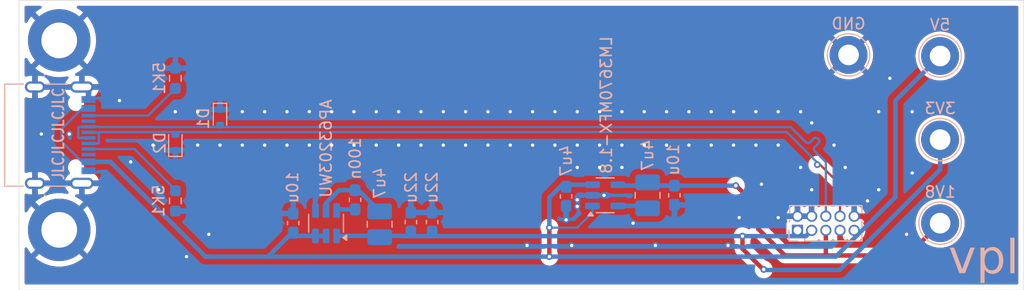
<source format=kicad_pcb>
(kicad_pcb (version 20240108) (generator "pcbnew") (generator_version "8.0")
  (layers (0 "F.Cu" signal) (31 "B.Cu" signal) (34 "B.Paste" user) (35 "F.Paste" user) (36 "B.SilkS" user "B.Silkscreen") (37 "F.SilkS" user "F.Silkscreen") (38 "B.Mask" user) (39 "F.Mask" user) (44 "Edge.Cuts" user))
  (net 0 "")
  (net 1 "GND")
  (net 2 "+1V8")
  (net 3 "+5V")
  (net 4 "Net-(U2-BST)")
  (net 5 "Net-(U2-SW)")
  (net 6 "+3V3")
  (net 7 "/USB D+")
  (net 8 "/USB D-")
  (net 10 "Net-(J2-CC1)")
  (net 11 "Net-(J2-CC2)")
  (net 13 "Net-(U1-SW)")
  (footprint "MountingHole:MountingHole_3.2mm_M3_DIN965_Pad" (layer "F.Cu") (at 53.6 70.6)
    (property "Reference" "H1" (hide yes))
    (property "Value" "MountingHole_Pad" (hide yes))
    (pad "1" thru_hole circle (at 0 0) (size 5.6 5.6) (drill 3.2) (layers "*.Cu" "*.Mask") (net 1 "GND"))
  )
  (footprint "MountingHole:MountingHole_3.2mm_M3_DIN965_Pad" (layer "F.Cu") (at 53.6 53.6)
    (property "Reference" "H2" (hide yes))
    (property "Value" "MountingHole_Pad" (hide yes))
    (pad "1" thru_hole circle (at 0 0) (size 5.6 5.6) (drill 3.2) (layers "*.Cu" "*.Mask") (net 1 "GND"))
  )
  (footprint "Connector_PinSocket_1.27mm:PinSocket_2x05_P1.27mm_Vertical" (layer "B.Cu") (at 119.725 70.645 -90)
    (property "Reference" "J3" (hide yes))
    (property "Value" "Conn_02x05_Odd_Even" (hide yes))
    (fp_line (start 0.95 0.76) (end 0 0.76) (stroke (width 0.12)) (layer "B.SilkS"))
    (fp_line (start -1.57753 0.695) (end -2.22 0.695) (stroke (width 0.12)) (layer "B.SilkS"))
    (fp_line (start -0.76 0.695) (end -0.96247 0.695) (stroke (width 0.12)) (layer "B.SilkS"))
    (fp_line (start 0.95 0) (end 0.95 0.76) (stroke (width 0.12)) (layer "B.SilkS"))
    (fp_line (start 0.95 -0.635) (end 0.76 -0.635) (stroke (width 0.12)) (layer "B.SilkS"))
    (fp_line (start -2.22 -5.775) (end -2.22 0.695) (stroke (width 0.12)) (layer "B.SilkS"))
    (fp_line (start -1.57753 -5.775) (end -2.22 -5.775) (stroke (width 0.12)) (layer "B.SilkS"))
    (fp_line (start -0.30753 -5.775) (end -0.96247 -5.775) (stroke (width 0.12)) (layer "B.SilkS"))
    (fp_line (start 0.95 -5.775) (end 0.95 -0.635) (stroke (width 0.12)) (layer "B.SilkS"))
    (fp_line (start 0.95 -5.775) (end 0.30753 -5.775) (stroke (width 0.12)) (layer "B.SilkS"))
    (pad "1" thru_hole rect (at 0 0 270) (size 1 1) (drill 0.7) (layers "*.Cu" "*.Mask") (net 6 "+3V3"))
    (pad "2" thru_hole oval (at -1.27 0 270) (size 1 1) (drill 0.7) (layers "*.Cu" "*.Mask") (net 1 "GND"))
    (pad "3" thru_hole oval (at 0 -1.27 270) (size 1 1) (drill 0.7) (layers "*.Cu" "*.Mask") (net 6 "+3V3"))
    (pad "4" thru_hole oval (at -1.27 -1.27 270) (size 1 1) (drill 0.7) (layers "*.Cu" "*.Mask") (net 1 "GND"))
    (pad "5" thru_hole oval (at 0 -2.54 270) (size 1 1) (drill 0.7) (layers "*.Cu" "*.Mask") (net 2 "+1V8"))
    (pad "6" thru_hole oval (at -1.27 -2.54 270) (size 1 1) (drill 0.7) (layers "*.Cu" "*.Mask") (net 7 "/USB D+"))
    (pad "7" thru_hole oval (at 0 -3.81 270) (size 1 1) (drill 0.7) (layers "*.Cu" "*.Mask") (net 1 "GND"))
    (pad "8" thru_hole oval (at -1.27 -3.81 270) (size 1 1) (drill 0.7) (layers "*.Cu" "*.Mask") (net 8 "/USB D-"))
    (pad "9" thru_hole oval (at 0 -5.08 270) (size 1 1) (drill 0.7) (layers "*.Cu" "*.Mask") (net 3 "+5V"))
    (pad "10" thru_hole oval (at -1.27 -5.08 270) (size 1 1) (drill 0.7) (layers "*.Cu" "*.Mask") (net 1 "GND"))
  )
  (footprint "Package_TO_SOT_SMD:TSOT-23-6" (layer "B.Cu") (at 77.5 70 90)
    (property "Reference" "U2" (hide yes))
    (property "Value" "AP63203WU" (at 6.7 0 -90) (layer "B.SilkS") (effects (justify mirror)))
    (fp_line (start 0.8 -1.56) (end 0 -1.56) (stroke (width 0.12)) (layer "B.SilkS"))
    (fp_line (start -0.8 -1.56) (end 0 -1.56) (stroke (width 0.12)) (layer "B.SilkS"))
    (fp_line (start 0.8 1.56) (end 0 1.56) (stroke (width 0.12)) (layer "B.SilkS"))
    (fp_line (start -0.8 1.56) (end 0 1.56) (stroke (width 0.12)) (layer "B.SilkS"))
    (fp_poly (pts (xy -1.3 1.51) (xy -1.54 1.84) (xy -1.06 1.84) (xy -1.3 1.51)) (stroke (width 0.12)) (fill solid) (layer "B.SilkS"))
    (pad "1" smd roundrect (at -1.1375 0.95 90) (size 1.325 0.6) (layers "B.Cu" "B.Paste" "B.Mask") (net 6 "+3V3"))
    (pad "2" smd roundrect (at -1.1375 0 90) (size 1.325 0.6) (layers "B.Cu" "B.Paste" "B.Mask") (net 3 "+5V"))
    (pad "3" smd roundrect (at -1.1375 -0.95 90) (size 1.325 0.6) (layers "B.Cu" "B.Paste" "B.Mask") (net 3 "+5V"))
    (pad "4" smd roundrect (at 1.1375 -0.95 90) (size 1.325 0.6) (layers "B.Cu" "B.Paste" "B.Mask") (net 1 "GND"))
    (pad "5" smd roundrect (at 1.1375 0 90) (size 1.325 0.6) (layers "B.Cu" "B.Paste" "B.Mask") (net 5 "Net-(U2-SW)"))
    (pad "6" smd roundrect (at 1.1375 0.95 90) (size 1.325 0.6) (layers "B.Cu" "B.Paste" "B.Mask") (net 4 "Net-(U2-BST)"))
  )
  (footprint "Capacitor_SMD:C_0603_1608Metric_Pad1.08x0.95mm_HandSolder" (layer "B.Cu") (at 108.7 67.5 -90)
    (property "Reference" "C1" (hide yes))
    (property "Value" "10u" (at -3.193736 0.098041 90) (layer "B.SilkS") (effects (justify mirror)))
    (fp_line (start 0.146267 0.51) (end -0.146267 0.51) (stroke (width 0.12)) (layer "B.SilkS"))
    (fp_line (start 0.146267 -0.51) (end -0.146267 -0.51) (stroke (width 0.12)) (layer "B.SilkS"))
    (pad "1" smd roundrect (at -0.8625 0 270) (size 1.075 0.95) (layers "B.Cu" "B.Paste" "B.Mask") (net 2 "+1V8"))
    (pad "2" smd roundrect (at 0.8625 0 270) (size 1.075 0.95) (layers "B.Cu" "B.Paste" "B.Mask") (net 1 "GND"))
  )
  (footprint "TestPoint:TestPoint_Loop_D2.50mm_Drill1.85mm" (layer "B.Cu") (at 132.5 62.5 180)
    (property "Reference" "TP2" (hide yes))
    (property "Value" "3V3" (at 0 2.8 0) (layer "B.SilkS") (effects (justify mirror)))
    (fp_circle (center 0 0) (end 1.9 0) (stroke (width 0.12)) (fill none) (layer "B.SilkS"))
    (pad "1" thru_hole circle (at 0 0 180) (size 3.4 3.4) (drill 1.85) (layers "*.Cu" "*.Mask") (net 6 "+3V3"))
  )
  (footprint "TestPoint:TestPoint_Loop_D2.50mm_Drill1.85mm" (layer "B.Cu") (at 132.5 70 180)
    (property "Reference" "TP1" (hide yes))
    (property "Value" "1V8" (at 0 2.8 0) (layer "B.SilkS") (effects (justify mirror)))
    (fp_circle (center 0 0) (end 1.9 0) (stroke (width 0.12)) (fill none) (layer "B.SilkS"))
    (pad "1" thru_hole circle (at 0 0 180) (size 3.4 3.4) (drill 1.85) (layers "*.Cu" "*.Mask") (net 2 "+1V8"))
  )
  (footprint "Diode_SMD:D_SOD-523" (layer "B.Cu") (at 64 62.75 90)
    (property "Reference" "D2" (at -0.05 -1.4 90) (layer "B.SilkS") (effects (justify mirror)))
    (property "Value" "LESD5D5.0CT1G-ES" (hide yes))
    (fp_line (start -1.26 -0.6) (end 0.7 -0.6) (stroke (width 0.12)) (layer "B.SilkS"))
    (fp_line (start -1.26 -0.6) (end -1.26 0.6) (stroke (width 0.12)) (layer "B.SilkS"))
    (fp_line (start -1.26 0.6) (end 0.7 0.6) (stroke (width 0.12)) (layer "B.SilkS"))
    (pad "1" smd roundrect (at -0.7 0 270) (size 0.6 0.7) (layers "B.Cu" "B.Paste" "B.Mask") (net 1 "GND"))
    (pad "2" smd roundrect (at 0.7 0 270) (size 0.6 0.7) (layers "B.Cu" "B.Paste" "B.Mask") (net 8 "/USB D-"))
  )
  (footprint "Package_TO_SOT_SMD:TSOT-23-5" (layer "B.Cu") (at 102.5 67.5)
    (property "Reference" "U1" (hide yes))
    (property "Value" "LM3670MFX-1.8" (at 0.1 -8.1 90) (layer "B.SilkS") (effects (justify mirror)))
    (fp_line (start -0.8 -1.56) (end 0 -1.56) (stroke (width 0.12)) (layer "B.SilkS"))
    (fp_line (start -0.8 1.56) (end 0 1.56) (stroke (width 0.12)) (layer "B.SilkS"))
    (fp_line (start 0.8 -1.56) (end 0 -1.56) (stroke (width 0.12)) (layer "B.SilkS"))
    (fp_line (start 0.8 1.56) (end 0 1.56) (stroke (width 0.12)) (layer "B.SilkS"))
    (fp_poly (pts (xy -1.3 1.51) (xy -1.54 1.84) (xy -1.06 1.84) (xy -1.3 1.51)) (stroke (width 0.12)) (fill solid) (layer "B.SilkS"))
    (pad "1" smd roundrect (at -1.1375 0.95) (size 1.325 0.6) (layers "B.Cu" "B.Paste" "B.Mask") (net 3 "+5V"))
    (pad "2" smd roundrect (at -1.1375 0) (size 1.325 0.6) (layers "B.Cu" "B.Paste" "B.Mask") (net 1 "GND"))
    (pad "3" smd roundrect (at -1.1375 -0.95) (size 1.325 0.6) (layers "B.Cu" "B.Paste" "B.Mask") (net 3 "+5V"))
    (pad "4" smd roundrect (at 1.1375 -0.95) (size 1.325 0.6) (layers "B.Cu" "B.Paste" "B.Mask") (net 2 "+1V8"))
    (pad "5" smd roundrect (at 1.1375 0.95) (size 1.325 0.6) (layers "B.Cu" "B.Paste" "B.Mask") (net 13 "Net-(U1-SW)"))
  )
  (footprint "Resistor_SMD:R_0603_1608Metric_Pad0.98x0.95mm_HandSolder" (layer "B.Cu") (at 64 57 90)
    (property "Reference" "R2" (hide yes))
    (property "Value" "5K1" (at 0 -1.43 90) (layer "B.SilkS") (effects (justify mirror)))
    (fp_line (start 0.254724 -0.5225) (end -0.254724 -0.5225) (stroke (width 0.12)) (layer "B.SilkS"))
    (fp_line (start 0.254724 0.5225) (end -0.254724 0.5225) (stroke (width 0.12)) (layer "B.SilkS"))
    (pad "1" smd roundrect (at -0.9125 0 90) (size 0.975 0.95) (layers "B.Cu" "B.Paste" "B.Mask") (net 11 "Net-(J2-CC2)"))
    (pad "2" smd roundrect (at 0.9125 0 90) (size 0.975 0.95) (layers "B.Cu" "B.Paste" "B.Mask") (net 1 "GND"))
  )
  (footprint "Inductor_SMD:L_1008_2520Metric_Pad1.43x2.20mm_HandSolder" (layer "B.Cu") (at 106.3 67.5 90)
    (property "Reference" "L1" (hide yes))
    (property "Value" "4u7" (at 3.6 0 90) (layer "B.SilkS") (effects (justify mirror)))
    (fp_line (start 0.261252 -1.11) (end -0.261252 -1.11) (stroke (width 0.12)) (layer "B.SilkS"))
    (fp_line (start 0.261252 1.11) (end -0.261252 1.11) (stroke (width 0.12)) (layer "B.SilkS"))
    (pad "1" smd roundrect (at -1.1625 0 90) (size 1.425 2.2) (layers "B.Cu" "B.Paste" "B.Mask") (roundrect_rratio 0.175439) (net 13 "Net-(U1-SW)"))
    (pad "2" smd roundrect (at 1.1625 0 90) (size 1.425 2.2) (layers "B.Cu" "B.Paste" "B.Mask") (roundrect_rratio 0.175439) (net 2 "+1V8"))
  )
  (footprint "Capacitor_SMD:C_0603_1608Metric_Pad1.08x0.95mm_HandSolder" (layer "B.Cu") (at 74.555374 69.994605 90)
    (property "Reference" "C7" (hide yes))
    (property "Value" "10u" (at 3.194605 -0.055374 90) (layer "B.SilkS") (effects (justify mirror)))
    (fp_line (start 0.146267 -0.51) (end -0.146267 -0.51) (stroke (width 0.12)) (layer "B.SilkS"))
    (fp_line (start 0.146267 0.51) (end -0.146267 0.51) (stroke (width 0.12)) (layer "B.SilkS"))
    (pad "1" smd roundrect (at -0.8625 0 90) (size 1.075 0.95) (layers "B.Cu" "B.Paste" "B.Mask") (net 3 "+5V"))
    (pad "2" smd roundrect (at 0.8625 0 90) (size 1.075 0.95) (layers "B.Cu" "B.Paste" "B.Mask") (net 1 "GND"))
  )
  (footprint "Inductor_SMD:L_1008_2520Metric_Pad1.43x2.20mm_HandSolder" (layer "B.Cu") (at 82.3 70.1 -90)
    (property "Reference" "L2" (hide yes))
    (property "Value" "4u7" (at -3.7 0 90) (layer "B.SilkS") (effects (justify mirror)))
    (fp_line (start 0.261252 1.11) (end -0.261252 1.11) (stroke (width 0.12)) (layer "B.SilkS"))
    (fp_line (start 0.261252 -1.11) (end -0.261252 -1.11) (stroke (width 0.12)) (layer "B.SilkS"))
    (pad "1" smd roundrect (at -1.1625 0 270) (size 1.425 2.2) (layers "B.Cu" "B.Paste" "B.Mask") (roundrect_rratio 0.175439) (net 5 "Net-(U2-SW)"))
    (pad "2" smd roundrect (at 1.1625 0 270) (size 1.425 2.2) (layers "B.Cu" "B.Paste" "B.Mask") (roundrect_rratio 0.175439) (net 6 "+3V3"))
  )
  (footprint "Capacitor_SMD:C_0603_1608Metric_Pad1.08x0.95mm_HandSolder" (layer "B.Cu") (at 87 69.9 90)
    (property "Reference" "C6" (hide yes))
    (property "Value" "22u" (at 3.1 -0.030475 90) (layer "B.SilkS") (effects (justify mirror)))
    (fp_line (start 0.146267 -0.51) (end -0.146267 -0.51) (stroke (width 0.12)) (layer "B.SilkS"))
    (fp_line (start 0.146267 0.51) (end -0.146267 0.51) (stroke (width 0.12)) (layer "B.SilkS"))
    (pad "1" smd roundrect (at -0.8625 0 90) (size 1.075 0.95) (layers "B.Cu" "B.Paste" "B.Mask") (net 6 "+3V3"))
    (pad "2" smd roundrect (at 0.8625 0 90) (size 1.075 0.95) (layers "B.Cu" "B.Paste" "B.Mask") (net 1 "GND"))
  )
  (footprint "Resistor_SMD:R_0603_1608Metric_Pad0.98x0.95mm_HandSolder" (layer "B.Cu") (at 64 68 -90)
    (property "Reference" "R1" (hide yes))
    (property "Value" "5K1" (at 0 1.5 90) (layer "B.SilkS") (effects (justify mirror)))
    (fp_line (start 0.254724 0.5225) (end -0.254724 0.5225) (stroke (width 0.12)) (layer "B.SilkS"))
    (fp_line (start 0.254724 -0.5225) (end -0.254724 -0.5225) (stroke (width 0.12)) (layer "B.SilkS"))
    (pad "1" smd roundrect (at -0.9125 0 270) (size 0.975 0.95) (layers "B.Cu" "B.Paste" "B.Mask") (net 10 "Net-(J2-CC1)"))
    (pad "2" smd roundrect (at 0.9125 0 270) (size 0.975 0.95) (layers "B.Cu" "B.Paste" "B.Mask") (net 1 "GND"))
  )
  (footprint "Capacitor_SMD:C_0603_1608Metric_Pad1.08x0.95mm_HandSolder" (layer "B.Cu") (at 85.1 69.9 90)
    (property "Reference" "C5" (hide yes))
    (property "Value" "22u" (at 3.1 0 90) (layer "B.SilkS") (effects (justify mirror)))
    (fp_line (start 0.146267 -0.51) (end -0.146267 -0.51) (stroke (width 0.12)) (layer "B.SilkS"))
    (fp_line (start 0.146267 0.51) (end -0.146267 0.51) (stroke (width 0.12)) (layer "B.SilkS"))
    (pad "1" smd roundrect (at -0.8625 0 90) (size 1.075 0.95) (layers "B.Cu" "B.Paste" "B.Mask") (net 6 "+3V3"))
    (pad "2" smd roundrect (at 0.8625 0 90) (size 1.075 0.95) (layers "B.Cu" "B.Paste" "B.Mask") (net 1 "GND"))
  )
  (footprint "TestPoint:TestPoint_Loop_D2.50mm_Drill1.85mm" (layer "B.Cu") (at 132.5 55 180)
    (property "Reference" "TP3" (hide yes))
    (property "Value" "5V" (at 0 2.8 0) (layer "B.SilkS") (effects (justify mirror)))
    (fp_circle (center 0 0) (end 1.9 0) (stroke (width 0.12)) (fill none) (layer "B.SilkS"))
    (pad "1" thru_hole circle (at 0 0 180) (size 3.4 3.4) (drill 1.85) (layers "*.Cu" "*.Mask") (net 3 "+5V"))
  )
  (footprint "Capacitor_SMD:C_0603_1608Metric_Pad1.08x0.95mm_HandSolder" (layer "B.Cu") (at 99 67.6 -90)
    (property "Reference" "C2" (hide yes))
    (property "Value" "4u7" (at -3.2 0 90) (layer "B.SilkS") (effects (justify mirror)))
    (fp_line (start 0.146267 0.51) (end -0.146267 0.51) (stroke (width 0.12)) (layer "B.SilkS"))
    (fp_line (start 0.146267 -0.51) (end -0.146267 -0.51) (stroke (width 0.12)) (layer "B.SilkS"))
    (pad "1" smd roundrect (at -0.8625 0 270) (size 1.075 0.95) (layers "B.Cu" "B.Paste" "B.Mask") (net 3 "+5V"))
    (pad "2" smd roundrect (at 0.8625 0 270) (size 1.075 0.95) (layers "B.Cu" "B.Paste" "B.Mask") (net 1 "GND"))
  )
  (footprint "Diode_SMD:D_SOD-523" (layer "B.Cu") (at 68 60.5 -90)
    (property "Reference" "D1" (at 0.1 1.5 90) (layer "B.SilkS") (effects (justify mirror)))
    (property "Value" "LESD5D5.0CT1G-ES" (hide yes))
    (fp_line (start -1.26 0.6) (end 0.7 0.6) (stroke (width 0.12)) (layer "B.SilkS"))
    (fp_line (start -1.26 -0.6) (end -1.26 0.6) (stroke (width 0.12)) (layer "B.SilkS"))
    (fp_line (start -1.26 -0.6) (end 0.7 -0.6) (stroke (width 0.12)) (layer "B.SilkS"))
    (pad "1" smd roundrect (at -0.7 0 90) (size 0.6 0.7) (layers "B.Cu" "B.Paste" "B.Mask") (net 1 "GND"))
    (pad "2" smd roundrect (at 0.7 0 90) (size 0.6 0.7) (layers "B.Cu" "B.Paste" "B.Mask") (net 7 "/USB D+"))
  )
  (footprint "TestPoint:TestPoint_Loop_D2.50mm_Drill1.85mm" (layer "B.Cu") (at 124.3 54.9 180)
    (property "Reference" "TP4" (hide yes))
    (property "Value" "GND" (at 0 2.8 0) (layer "B.SilkS") (effects (justify mirror)))
    (fp_circle (center 0 0) (end 1.9 0) (stroke (width 0.12)) (fill none) (layer "B.SilkS"))
    (pad "1" thru_hole circle (at 0 0 180) (size 3.4 3.4) (drill 1.85) (layers "*.Cu" "*.Mask") (net 1 "GND"))
  )
  (footprint "Capacitor_SMD:C_0603_1608Metric_Pad1.08x0.95mm_HandSolder" (layer "B.Cu") (at 80.1 67.9 -90)
    (property "Reference" "C4" (hide yes))
    (property "Value" "100n" (at -3.7 0 90) (layer "B.SilkS") (effects (justify mirror)))
    (fp_line (start 0.146267 0.51) (end -0.146267 0.51) (stroke (width 0.12)) (layer "B.SilkS"))
    (fp_line (start 0.146267 -0.51) (end -0.146267 -0.51) (stroke (width 0.12)) (layer "B.SilkS"))
    (pad "1" smd roundrect (at -0.8625 0 270) (size 1.075 0.95) (layers "B.Cu" "B.Paste" "B.Mask") (net 5 "Net-(U2-SW)"))
    (pad "2" smd roundrect (at 0.8625 0 270) (size 1.075 0.95) (layers "B.Cu" "B.Paste" "B.Mask") (net 4 "Net-(U2-BST)"))
  )
  (footprint "Connector_USB:USB_C_Receptacle_G-Switch_GT-USB-7010ASV" (layer "B.Cu") (at 52.5 62.1 90)
    (property "Reference" "J2" (hide yes))
    (property "Value" "USB_C_Receptacle_USB2.0_16P" (hide yes))
    (fp_line (start 4.58 -3.785) (end 4.58 -2.08) (stroke (width 0.12)) (layer "B.SilkS"))
    (fp_line (start -4.58 -3.785) (end 4.58 -3.785) (stroke (width 0.12)) (layer "B.SilkS"))
    (fp_line (start -4.58 -2.08) (end -4.58 -3.785) (stroke (width 0.12)) (layer "B.SilkS"))
    (fp_line (start -4.58 -0.07) (end -4.58 1.85) (stroke (width 0.12)) (layer "B.SilkS"))
    (fp_line (start 4.58 1.85) (end 4.58 -0.07) (stroke (width 0.12)) (layer "B.SilkS"))
    (pad "" np_thru_hole circle (at -2.89 2.605 90) (size 0.65 0.65) (drill 0.65) (layers "*.Cu" "*.Mask"))
    (pad "" np_thru_hole circle (at 2.89 2.605 90) (size 0.65 0.65) (drill 0.65) (layers "*.Cu" "*.Mask"))
    (pad "A1" smd rect (at -3.2 3.725 90) (size 0.6 1.24) (layers "B.Cu" "B.Paste" "B.Mask") (net 1 "GND"))
    (pad "A4" smd rect (at -2.4 3.725 90) (size 0.6 1.24) (layers "B.Cu" "B.Paste" "B.Mask") (net 3 "+5V"))
    (pad "A5" smd rect (at -1.25 3.725 90) (size 0.3 1.24) (layers "B.Cu" "B.Paste" "B.Mask") (net 10 "Net-(J2-CC1)"))
    (pad "A6" smd rect (at -0.25 3.725 90) (size 0.3 1.24) (layers "B.Cu" "B.Paste" "B.Mask") (net 7 "/USB D+"))
    (pad "A7" smd rect (at 0.25 3.725 90) (size 0.3 1.24) (layers "B.Cu" "B.Paste" "B.Mask") (net 8 "/USB D-"))
    (pad "A8" smd rect (at 1.25 3.725 90) (size 0.3 1.24) (layers "B.Cu" "B.Paste" "B.Mask"))
    (pad "A9" smd rect (at 2.4 3.725 90) (size 0.6 1.24) (layers "B.Cu" "B.Paste" "B.Mask") (net 3 "+5V"))
    (pad "A12" smd rect (at 3.2 3.725 90) (size 0.6 1.24) (layers "B.Cu" "B.Paste" "B.Mask") (net 1 "GND"))
    (pad "B1" smd rect (at 3.2 3.725 90) (size 0.6 1.24) (layers "B.Cu" "B.Paste" "B.Mask") (net 1 "GND"))
    (pad "B4" smd rect (at 2.4 3.725 90) (size 0.6 1.24) (layers "B.Cu" "B.Paste" "B.Mask") (net 3 "+5V"))
    (pad "B5" smd rect (at 1.75 3.725 90) (size 0.3 1.24) (layers "B.Cu" "B.Paste" "B.Mask") (net 11 "Net-(J2-CC2)"))
    (pad "B6" smd rect (at 0.75 3.725 90) (size 0.3 1.24) (layers "B.Cu" "B.Paste" "B.Mask") (net 7 "/USB D+"))
    (pad "B7" smd rect (at -0.75 3.725 90) (size 0.3 1.24) (layers "B.Cu" "B.Paste" "B.Mask") (net 8 "/USB D-"))
    (pad "B8" smd rect (at -1.75 3.725 90) (size 0.3 1.24) (layers "B.Cu" "B.Paste" "B.Mask"))
    (pad "B9" smd rect (at -2.4 3.725 90) (size 0.6 1.24) (layers "B.Cu" "B.Paste" "B.Mask") (net 3 "+5V"))
    (pad "B12" smd rect (at -3.2 3.725 90) (size 0.6 1.24) (layers "B.Cu" "B.Paste" "B.Mask") (net 1 "GND"))
    (pad "S1" thru_hole oval (at -4.32 -1.075 90) (size 1 1.8) (drill oval 0.6 1.4) (layers "*.Cu" "*.Mask") (net 1 "GND"))
    (pad "S1" thru_hole oval (at -4.32 3.125 90) (size 1 2.1) (drill oval 0.6 1.7) (layers "*.Cu" "*.Mask") (net 1 "GND"))
    (pad "S1" thru_hole oval (at 4.32 -1.075 90) (size 1 1.8) (drill oval 0.6 1.4) (layers "*.Cu" "*.Mask") (net 1 "GND"))
    (pad "S1" thru_hole oval (at 4.32 3.125 90) (size 1 2.1) (drill oval 0.6 1.7) (layers "*.Cu" "*.Mask") (net 1 "GND"))
  )
  (gr_line (start 140 50) (end 140 76) (stroke (width 0.05)) (layer "Edge.Cuts"))
  (gr_line (start 140 50) (end 50 50) (stroke (width 0.05)) (layer "Edge.Cuts"))
  (gr_line (start 50 50) (end 50 76) (stroke (width 0.05)) (layer "Edge.Cuts"))
  (gr_line (start 50 76) (end 140 76) (stroke (width 0.05)) (layer "Edge.Cuts"))
  (gr_text "JLCJLCJLCJLC" (at 54.1 66.2 90) (layer "B.SilkS") (effects (font (size 1 0.8) (thickness 0.16) (bold yes)) (justify left bottom)))
  (gr_text "vpl" (at 136.4 75 0) (layer "B.SilkS") (effects (font (size 3 3) (thickness 0.1)) (justify bottom)))
  (segment (start 125.512106 69.375) (end 126.2 70.062894) (width 0.4) (layer "F.Cu") (net 1))
  (segment (start 126.2 71) (end 125.2 72) (width 0.4) (layer "F.Cu") (net 1))
  (segment (start 125.2 72) (end 124.182894 72) (width 0.4) (layer "F.Cu") (net 1))
  (segment (start 124.805 69.375) (end 125.512106 69.375) (width 0.4) (layer "F.Cu") (net 1))
  (segment (start 126.2 70.062894) (end 126.2 71) (width 0.4) (layer "F.Cu") (net 1))
  (segment (start 123.535 71.352106) (end 123.535 70.645) (width 0.4) (layer "F.Cu") (net 1))
  (segment (start 124.182894 72) (end 123.535 71.352106) (width 0.4) (layer "F.Cu") (net 1))
  (via (at 66 63) (size 0.6) (drill 0.3) (layers "F.Cu" "B.Cu") (net 1))
  (via (at 82 60) (size 0.6) (drill 0.3) (layers "F.Cu" "B.Cu") (net 1))
  (via (at 59 59) (size 0.6) (drill 0.3) (layers "F.Cu" "B.Cu") (net 1))
  (via (at 127 60) (size 0.6) (drill 0.3) (layers "F.Cu" "B.Cu") (net 1))
  (via (at 110 63) (size 0.6) (drill 0.3) (layers "F.Cu" "B.Cu") (net 1))
  (via (at 102.4 67.5) (size 0.6) (drill 0.3) (layers "F.Cu" "B.Cu") (net 1))
  (via (at 86 60) (size 0.6) (drill 0.3) (layers "F.Cu" "B.Cu") (net 1))
  (via (at 62 63) (size 0.6) (drill 0.3) (layers "F.Cu" "B.Cu") (net 1))
  (via (at 116 60) (size 0.6) (drill 0.3) (layers "F.Cu" "B.Cu") (net 1))
  (via (at 66 60) (size 0.6) (drill 0.3) (layers "F.Cu" "B.Cu") (net 1))
  (via (at 70 63) (size 0.6) (drill 0.3) (layers "F.Cu" "B.Cu") (net 1))
  (via (at 118 63) (size 0.6) (drill 0.3) (layers "F.Cu" "B.Cu") (net 1))
  (via (at 92 60) (size 0.6) (drill 0.3) (layers "F.Cu" "B.Cu") (net 1))
  (via (at 123 63) (size 0.6) (drill 0.3) (layers "F.Cu" "B.Cu") (net 1))
  (via (at 72 63) (size 0.6) (drill 0.3) (layers "F.Cu" "B.Cu") (net 1))
  (via (at 121 61) (size 0.6) (drill 0.3) (layers "F.Cu" "B.Cu") (net 1))
  (via (at 95.5 72) (size 0.6) (drill 0.3) (layers "F.Cu" "B.Cu") (net 1))
  (via (at 65 73) (size 0.6) (drill 0.3) (layers "F.Cu" "B.Cu") (net 1))
  (via (at 99.5 72) (size 0.6) (drill 0.3) (layers "F.Cu" "B.Cu") (net 1))
  (via (at 90 63) (size 0.6) (drill 0.3) (layers "F.Cu" "B.Cu") (net 1))
  (via (at 88 63) (size 0.6) (drill 0.3) (layers "F.Cu" "B.Cu") (net 1))
  (via (at 54.5 62) (size 0.6) (drill 0.3) (layers "F.Cu" "B.Cu") (net 1))
  (via (at 106 60) (size 0.6) (drill 0.3) (layers "F.Cu" "B.Cu") (net 1))
  (via (at 74 63) (size 0.6) (drill 0.3) (layers "F.Cu" "B.Cu") (net 1))
  (via (at 76 63) (size 0.6) (drill 0.3) (layers "F.Cu" "B.Cu") (net 1))
  (via (at 121 67) (size 0.6) (drill 0.3) (layers "F.Cu" "B.Cu") (net 1))
  (via (at 72 60) (size 0.6) (drill 0.3) (layers "F.Cu" "B.Cu") (net 1))
  (via (at 96 60) (size 0.6) (drill 0.3) (layers "F.Cu" "B.Cu") (net 1))
  (via (at 98 60) (size 0.6) (drill 0.3) (layers "F.Cu" "B.Cu") (net 1))
  (via (at 84 63) (size 0.6) (drill 0.3) (layers "F.Cu" "B.Cu") (net 1))
  (via (at 104 60) (size 0.6) (drill 0.3) (layers "F.Cu" "B.Cu") (net 1))
  (via (at 105 70) (size 0.6) (drill 0.3) (layers "F.Cu" "B.Cu") (net 1))
  (via (at 80 63) (size 0.6) (drill 0.3) (layers "F.Cu" "B.Cu") (net 1))
  (via (at 114 63) (size 0.6) (drill 0.3) (layers "F.Cu" "B.Cu") (net 1))
  (via (at 78 63) (size 0.6) (drill 0.3) (layers "F.Cu" "B.Cu") (net 1))
  (via (at 96 63) (size 0.6) (drill 0.3) (layers "F.Cu" "B.Cu") (net 1))
  (via (at 62.5 67) (size 0.6) (drill 0.3) (layers "F.Cu" "B.Cu") (net 1))
  (via (at 99 69.7) (size 0.6) (drill 0.3) (layers "F.Cu" "B.Cu") (net 1))
  (via (at 129.5 71) (size 0.6) (drill 0.3) (layers "F.Cu" "B.Cu") (net 1))
  (via (at 118 69.5) (size 0.6) (drill 0.3) (layers "F.Cu" "B.Cu") (net 1))
  (via (at 124 65) (size 0.6) (drill 0.3) (layers "F.Cu" "B.Cu") (net 1))
  (via (at 114 60) (size 0.6) (drill 0.3) (layers "F.Cu" "B.Cu") (net 1))
  (via (at 104 65) (size 0.6) (drill 0.3) (layers "F.Cu" "B.Cu") (net 1))
  (via (at 104 63) (size 0.6) (drill 0.3) (layers "F.Cu" "B.Cu") (net 1))
  (via (at 116.5 66.5) (size 0.6) (drill 0.3) (layers "F.Cu" "B.Cu") (net 1))
  (via (at 102 60) (size 0.6) (drill 0.3) (layers "F.Cu" "B.Cu") (net 1))
  (via (at 108 63) (size 0.6) (drill 0.3) (layers "F.Cu" "B.Cu") (net 1))
  (via (at 114.5 69.5) (size 0.6) (drill 0.3) (layers "F.Cu" "B.Cu") (net 1))
  (via (at 80 60) (size 0.6) (drill 0.3) (layers "F.Cu" "B.Cu") (net 1))
  (via (at 116 63) (size 0.6) (drill 0.3) (layers "F.Cu" "B.Cu") (net 1))
  (via (at 126 68) (size 0.6) (drill 0.3) (layers "F.Cu" "B.Cu") (net 1))
  (via (at 106 63) (size 0.6) (drill 0.3) (layers "F.Cu" "B.Cu") (net 1))
  (via (at 78 60) (size 0.6) (drill 0.3) (layers "F.Cu" "B.Cu") (net 1))
  (via (at 90 60) (size 0.6) (drill 0.3) (layers "F.Cu" "B.Cu") (net 1))
  (via (at 128 57) (size 0.6) (drill 0.3) (layers "F.Cu" "B.Cu") (net 1))
  (via (at 100 65) (size 0.6) (drill 0.3) (layers "F.Cu" "B.Cu") (net 1))
  (via (at 100 68.5) (size 0.6) (drill 0.3) (layers "F.Cu" "B.Cu") (net 1))
  (via (at 102 65) (size 0.6) (drill 0.3) (layers "F.Cu" "B.Cu") (net 1))
  (via (at 70 60) (size 0.6) (drill 0.3) (layers "F.Cu" "B.Cu") (net 1))
  (via (at 130 60) (size 0.6) (drill 0.3) (layers "F.Cu" "B.Cu") (net 1))
  (via (at 98 63) (size 0.6) (drill 0.3) (layers "F.Cu" "B.Cu") (net 1))
  (via (at 112 60) (size 0.6) (drill 0.3) (layers "F.Cu" "B.Cu") (net 1))
  (via (at 102 63) (size 0.6) (drill 0.3) (layers "F.Cu" "B.Cu") (net 1))
  (via (at 92 63) (size 0.6) (drill 0.3) (layers "F.Cu" "B.Cu") (net 1))
  (via (at 82 63) (size 0.6) (drill 0.3) (layers "F.Cu" "B.Cu") (net 1))
  (via (at 100 63) (size 0.6) (drill 0.3) (layers "F.Cu" "B.Cu") (net 1))
  (via (at 67 71) (size 0.6) (drill 0.3) (layers "F.Cu" "B.Cu") (net 1))
  (via (at 120 65) (size 0.6) (drill 0.3) (layers "F.Cu" "B.Cu") (net 1))
  (via (at 52 62) (size 0.6) (drill 0.3) (layers "F.Cu" "B.Cu") (net 1))
  (via (at 112 63) (size 0.6) (drill 0.3) (layers "F.Cu" "B.Cu") (net 1))
  (via (at 110 60) (size 0.6) (drill 0.3) (layers "F.Cu" "B.Cu") (net 1))
  (via (at 88 60) (size 0.6) (drill 0.3) (layers "F.Cu" "B.Cu") (net 1))
  (via (at 64 60) (size 0.6) (drill 0.3) (layers "F.Cu" "B.Cu") (net 1))
  (via (at 84 60) (size 0.6) (drill 0.3) (layers "F.Cu" "B.Cu") (net 1))
  (via (at 76 60) (size 0.6) (drill 0.3) (layers "F.Cu" "B.Cu") (net 1))
  (via (at 68 63) (size 0.6) (drill 0.3) (layers "F.Cu" "B.Cu") (net 1))
  (via (at 100 67.9) (size 0.6) (drill 0.3) (layers "F.Cu" "B.Cu") (net 1))
  (via (at 130 65.5) (size 0.6) (drill 0.3) (layers "F.Cu" "B.Cu") (net 1))
  (via (at 120 60) (size 0.6) (drill 0.3) (layers "F.Cu" "B.Cu") (net 1))
  (via (at 118 60) (size 0.6) (drill 0.3) (layers "F.Cu" "B.Cu") (net 1))
  (via (at 60 64.5) (size 0.6) (drill 0.3) (layers "F.Cu" "B.Cu") (net 1))
  (via (at 94 63) (size 0.6) (drill 0.3) (layers "F.Cu" "B.Cu") (net 1))
  (via (at 107 72) (size 0.6) (drill 0.3) (layers "F.Cu" "B.Cu") (net 1))
  (via (at 100 60) (size 0.6) (drill 0.3) (layers "F.Cu" "B.Cu") (net 1))
  (via (at 86 63) (size 0.6) (drill 0.3) (layers "F.Cu" "B.Cu") (net 1))
  (via (at 74 60) (size 0.6) (drill 0.3) (layers "F.Cu" "B.Cu") (net 1))
  (via (at 94 60) (size 0.6) (drill 0.3) (layers "F.Cu" "B.Cu") (net 1))
  (via (at 113.5 72) (size 0.6) (drill 0.3) (layers "F.Cu" "B.Cu") (net 1))
  (via (at 108 60) (size 0.6) (drill 0.3) (layers "F.Cu" "B.Cu") (net 1))
  (via (at 127 67) (size 0.6) (drill 0.3) (layers "F.Cu" "B.Cu") (net 1))
  (segment (start 129.6 72.9) (end 118.6 72.9) (width 0.4) (layer "F.Cu") (net 2))
  (segment (start 122.265 72.865) (end 122.265 70.645) (width 0.4) (layer "F.Cu") (net 2))
  (segment (start 116.2 68.6) (end 114.231236 66.631236) (width 0.4) (layer "F.Cu") (net 2))
  (segment (start 132.5 70) (end 129.6 72.9) (width 0.4) (layer "F.Cu") (net 2))
  (segment (start 114.231236 66.631236) (end 114.2 66.631236) (width 0.4) (layer "F.Cu") (net 2))
  (segment (start 118.6 72.9) (end 116.2 70.5) (width 0.4) (layer "F.Cu") (net 2))
  (segment (start 116.2 70.5) (end 116.2 68.6) (width 0.4) (layer "F.Cu") (net 2))
  (via (at 114.2 66.631236) (size 0.6) (drill 0.3) (layers "F.Cu" "B.Cu") (net 2))
  (segment (start 112.498041 66.631236) (end 103.718736 66.631236) (width 0.4) (layer "B.Cu") (net 2))
  (segment (start 114.2 66.631236) (end 112.498041 66.631236) (width 0.4) (layer "B.Cu") (net 2))
  (segment (start 103.718736 66.631236) (end 103.6375 66.55) (width 0.4) (layer "B.Cu") (net 2))
  (segment (start 97.5 73) (end 97.5 70.4) (width 0.4) (layer "F.Cu") (net 3))
  (via (at 97.5 70.4) (size 0.6) (drill 0.3) (layers "F.Cu" "B.Cu") (net 3))
  (via (at 97.5 73) (size 0.6) (drill 0.3) (layers "F.Cu" "B.Cu") (net 3))
  (segment (start 74.1625 71.1375) (end 72.3 73) (width 0.4) (layer "B.Cu") (net 3))
  (segment (start 97.5 70.4) (end 97.5 67.7) (width 0.4) (layer "B.Cu") (net 3))
  (segment (start 66.691858 73) (end 58.191858 64.5) (width 0.4) (layer "B.Cu") (net 3))
  (segment (start 72.3 73) (end 76.5 73) (width 0.4) (layer "B.Cu") (net 3))
  (segment (start 56.225 64.5) (end 55.642632 64.5) (width 0.2) (layer "B.Cu") (net 3))
  (segment (start 76.5 73) (end 97.5 73) (width 0.4) (layer "B.Cu") (net 3))
  (segment (start 99 66.5625) (end 99.0125 66.55) (width 0.4) (layer "B.Cu") (net 3))
  (segment (start 77.5 71.1375) (end 76.55 71.1375) (width 0.4) (layer "B.Cu") (net 3))
  (segment (start 101.3625 69.0375) (end 101.3625 68.45) (width 0.2) (layer "B.Cu") (net 3))
  (segment (start 67 73) (end 72.3 73) (width 0.4) (layer "B.Cu") (net 3))
  (segment (start 58.191858 64.5) (end 56.225 64.5) (width 0.4) (layer "B.Cu") (net 3))
  (segment (start 97.5 67.7) (end 98.65 66.55) (width 0.4) (layer "B.Cu") (net 3))
  (segment (start 99.1875 66.55) (end 99 66.7375) (width 0.4) (layer "B.Cu") (net 3))
  (segment (start 128.5 59) (end 128.5 67.657106) (width 0.4) (layer "B.Cu") (net 3))
  (segment (start 55.667569 59.7) (end 56.225 59.7) (width 0.2) (layer "B.Cu") (net 3))
  (segment (start 101.3625 66.55) (end 99.1875 66.55) (width 0.4) (layer "B.Cu") (net 3))
  (segment (start 100 70.4) (end 101.3625 69.0375) (width 0.2) (layer "B.Cu") (net 3))
  (segment (start 67 73) (end 66.691858 73) (width 0.4) (layer "B.Cu") (net 3))
  (segment (start 97.5 70.4) (end 100 70.4) (width 0.2) (layer "B.Cu") (net 3))
  (segment (start 55.642632 64.5) (end 53.8 62.657368) (width 0.2) (layer "B.Cu") (net 3))
  (segment (start 53.8 62.657368) (end 53.8 61.567569) (width 0.2) (layer "B.Cu") (net 3))
  (segment (start 76.55 71.1375) (end 74.1625 71.1375) (width 0.4) (layer "B.Cu") (net 3))
  (segment (start 132.5 55) (end 128.5 59) (width 0.4) (layer "B.Cu") (net 3))
  (segment (start 53.8 61.567569) (end 55.667569 59.7) (width 0.2) (layer "B.Cu") (net 3))
  (segment (start 123.157106 73) (end 97.5 73) (width 0.4) (layer "B.Cu") (net 3))
  (segment (start 128.5 67.657106) (end 123.157106 73) (width 0.4) (layer "B.Cu") (net 3))
  (segment (start 80.1 68.7625) (end 78.55 68.7625) (width 0.4) (layer "B.Cu") (net 4))
  (segment (start 78.55 68.7625) (end 78.45 68.8625) (width 0.4) (layer "B.Cu") (net 4))
  (segment (start 78.662501 67.0375) (end 77.5 68.200001) (width 0.4) (layer "B.Cu") (net 5))
  (segment (start 82.2 68.8375) (end 80.4 67.0375) (width 0.4) (layer "B.Cu") (net 5))
  (segment (start 80.4 67.0375) (end 78.662501 67.0375) (width 0.4) (layer "B.Cu") (net 5))
  (segment (start 77.5 68.200001) (end 77.5 68.8625) (width 0.4) (layer "B.Cu") (net 5))
  (segment (start 116.7 74.15) (end 116.65 74.15) (width 0.4) (layer "F.Cu") (net 6))
  (segment (start 114.8 72.3) (end 114.8 71.1625) (width 0.4) (layer "F.Cu") (net 6))
  (segment (start 116.65 74.15) (end 114.8 72.3) (width 0.4) (layer "F.Cu") (net 6))
  (via (at 116.7 74.15) (size 0.6) (drill 0.3) (layers "F.Cu" "B.Cu") (net 6))
  (via (at 114.8 71.1625) (size 0.6) (drill 0.3) (layers "F.Cu" "B.Cu") (net 6))
  (segment (start 132.5 65.2) (end 132.5 62.5) (width 0.4) (layer "B.Cu") (net 6))
  (segment (start 116.75 74.2) (end 123.5 74.2) (width 0.4) (layer "B.Cu") (net 6))
  (segment (start 114.8 71.1625) (end 84.1 71.1625) (width 0.4) (layer "B.Cu") (net 6))
  (segment (start 123.5 74.2) (end 132.5 65.2) (width 0.4) (layer "B.Cu") (net 6))
  (segment (start 78.45 71.1375) (end 84.975 71.1375) (width 0.4) (layer "B.Cu") (net 6))
  (segment (start 114.8 71.1625) (end 120.4775 71.1625) (width 0.4) (layer "B.Cu") (net 6))
  (segment (start 120.4775 71.1625) (end 120.995 70.645) (width 0.4) (layer "B.Cu") (net 6))
  (segment (start 116.7 74.15) (end 116.75 74.2) (width 0.4) (layer "B.Cu") (net 6))
  (segment (start 121.348528 63.598528) (end 121.453815 63.703815) (width 0.2) (layer "B.Cu") (net 7))
  (segment (start 57.155001 61.35) (end 57.180001 61.375) (width 0.2) (layer "B.Cu") (net 7))
  (segment (start 55.305 61.4) (end 55.355 61.35) (width 0.2) (layer "B.Cu") (net 7))
  (segment (start 122.265 64.515) (end 122.265 69.375) (width 0.2) (layer "B.Cu") (net 7))
  (segment (start 120.839412 62.750001) (end 121.194343 62.395067) (width 0.2) (layer "B.Cu") (net 7))
  (segment (start 55.355 62.35) (end 55.305 62.3) (width 0.2) (layer "B.Cu") (net 7))
  (segment (start 121.453815 63.703815) (end 122.265 64.515) (width 0.2) (layer "B.Cu") (net 7))
  (segment (start 121.618607 62.819332) (end 121.263673 63.174263) (width 0.2) (layer "B.Cu") (net 7))
  (segment (start 121.533755 62.395068) (end 121.618607 62.47992) (width 0.2) (layer "B.Cu") (net 7))
  (segment (start 121.263674 63.513675) (end 121.348528 63.598528) (width 0.2) (layer "B.Cu") (net 7))
  (segment (start 56.225 61.35) (end 57.155001 61.35) (width 0.2) (layer "B.Cu") (net 7))
  (segment (start 57.180001 61.375) (end 119.125 61.375) (width 0.2) (layer "B.Cu") (net 7))
  (segment (start 55.355 61.35) (end 56.225 61.35) (width 0.2) (layer "B.Cu") (net 7))
  (segment (start 119.125 61.375) (end 120.5 62.75) (width 0.2) (layer "B.Cu") (net 7))
  (segment (start 56.225 62.35) (end 55.355 62.35) (width 0.2) (layer "B.Cu") (net 7))
  (segment (start 55.305 62.3) (end 55.305 61.4) (width 0.2) (layer "B.Cu") (net 7))
  (arc (start 121.263673 63.174263) (mid 121.19338 63.343969) (end 121.263674 63.513675) (width 0.2) (layer "B.Cu") (net 7))
  (arc (start 121.618607 62.47992) (mid 121.688901 62.649625) (end 121.618607 62.819332) (width 0.2) (layer "B.Cu") (net 7))
  (arc (start 121.194343 62.395067) (mid 121.364049 62.324774) (end 121.533755 62.395068) (width 0.2) (layer "B.Cu") (net 7))
  (arc (start 120.5 62.75) (mid 120.669706 62.820294) (end 120.839412 62.750001) (width 0.2) (layer "B.Cu") (net 7))
  (segment (start 121.75 64.75) (end 121.5 64.75) (width 0.2) (layer "F.Cu") (net 8))
  (segment (start 123.535 66.535) (end 121.75 64.75) (width 0.2) (layer "F.Cu") (net 8))
  (segment (start 123.535 69.375) (end 123.535 66.535) (width 0.2) (layer "F.Cu") (net 8))
  (via (at 121.5 64.75) (size 0.6) (drill 0.3) (layers "F.Cu" "B.Cu") (net 8))
  (segment (start 121.5 64.5682) (end 121.5 64.75) (width 0.2) (layer "B.Cu") (net 8))
  (segment (start 57.155001 61.85) (end 57.180001 61.825) (width 0.2) (layer "B.Cu") (net 8))
  (segment (start 57.145 61.9) (end 57.145 62.8) (width 0.2) (layer "B.Cu") (net 8))
  (segment (start 56.225 61.85) (end 57.095 61.85) (width 0.2) (layer "B.Cu") (net 8))
  (segment (start 57.145 62.8) (end 57.095 62.85) (width 0.2) (layer "B.Cu") (net 8))
  (segment (start 57.095 62.85) (end 56.225 62.85) (width 0.2) (layer "B.Cu") (net 8))
  (segment (start 118.7568 61.825) (end 121.5 64.5682) (width 0.2) (layer "B.Cu") (net 8))
  (segment (start 57.180001 61.825) (end 118.7568 61.825) (width 0.2) (layer "B.Cu") (net 8))
  (segment (start 57.095 61.85) (end 57.145 61.9) (width 0.2) (layer "B.Cu") (net 8))
  (segment (start 56.225 61.85) (end 57.155001 61.85) (width 0.2) (layer "B.Cu") (net 8))
  (segment (start 60.35 63.35) (end 56.225 63.35) (width 0.2) (layer "B.Cu") (net 10))
  (segment (start 64 67) (end 60.35 63.35) (width 0.2) (layer "B.Cu") (net 10))
  (segment (start 64 67.0875) (end 64 67) (width 0.2) (layer "B.Cu") (net 10))
  (segment (start 61.5625 60.35) (end 56.225 60.35) (width 0.2) (layer "B.Cu") (net 11))
  (segment (start 64 57.9125) (end 61.5625 60.35) (width 0.2) (layer "B.Cu") (net 11))
  (segment (start 103.6375 68.45) (end 106.0875 68.45) (width 0.4) (layer "B.Cu") (net 13))
  (segment (start 106.0875 68.45) (end 106.3 68.6625) (width 0.4) (layer "B.Cu") (net 13))
  (zone (net 1) (net_name "GND") (layer "F.Cu") (priority 1) (connect_pads (clearance 0.5)) (min_thickness 0.25) (fill yes (thermal_gap 0.5) (thermal_bridge_width 0.5))
    (polygon (pts (xy 50 50) (xy 50 76) (xy 140 76) (xy 140 50)))
  )
  (zone (net 1) (net_name "GND") (layer "B.Cu") (connect_pads (clearance 0.5)) (min_thickness 0.25) (fill yes (thermal_gap 0.5) (thermal_bridge_width 0.5))
    (polygon (pts (xy 140 50) (xy 140 76) (xy 50 76) (xy 50 50)))
  )
)
</source>
